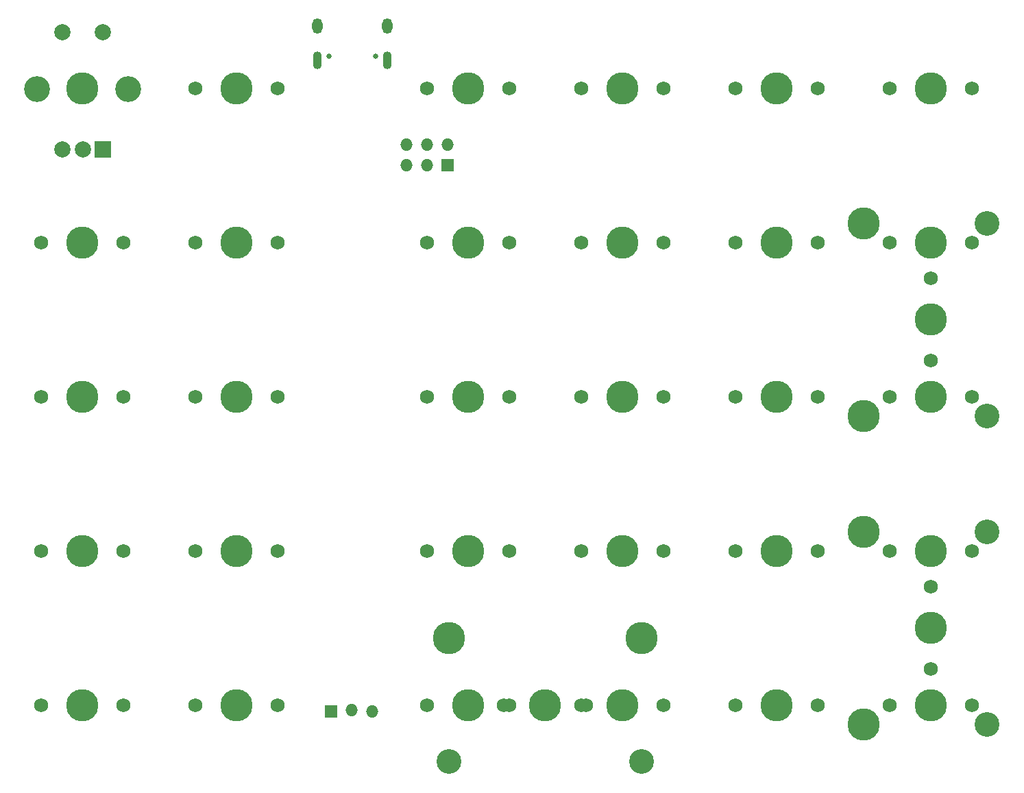
<source format=gbr>
%TF.GenerationSoftware,KiCad,Pcbnew,(5.99.0-10577-g57d4347f00)*%
%TF.CreationDate,2021-07-31T18:45:16-07:00*%
%TF.ProjectId,ahoy_pcb,61686f79-5f70-4636-922e-6b696361645f,rev?*%
%TF.SameCoordinates,Original*%
%TF.FileFunction,Soldermask,Top*%
%TF.FilePolarity,Negative*%
%FSLAX46Y46*%
G04 Gerber Fmt 4.6, Leading zero omitted, Abs format (unit mm)*
G04 Created by KiCad (PCBNEW (5.99.0-10577-g57d4347f00)) date 2021-07-31 18:45:16*
%MOMM*%
%LPD*%
G01*
G04 APERTURE LIST*
%ADD10C,1.750000*%
%ADD11C,3.987800*%
%ADD12C,3.048000*%
%ADD13R,1.524000X1.524000*%
%ADD14O,1.524000X1.524000*%
%ADD15R,2.000000X2.000000*%
%ADD16C,2.000000*%
%ADD17C,3.200000*%
%ADD18C,0.650000*%
%ADD19O,1.100000X2.200000*%
%ADD20O,1.300000X1.900000*%
G04 APERTURE END LIST*
D10*
%TO.C,MX1*%
X38205000Y-61400000D03*
X28045000Y-61400000D03*
D11*
X33125000Y-61400000D03*
%TD*%
D10*
%TO.C,MX6*%
X47095000Y-61400000D03*
X57255000Y-61400000D03*
D11*
X52175000Y-61400000D03*
%TD*%
D10*
%TO.C,MX30*%
X132820000Y-118550000D03*
X142980000Y-118550000D03*
D11*
X137900000Y-118550000D03*
%TD*%
D10*
%TO.C,MX29*%
X132820000Y-99500000D03*
D11*
X137900000Y-99500000D03*
D10*
X142980000Y-99500000D03*
%TD*%
%TO.C,MX26*%
X113770000Y-137600000D03*
D11*
X118850000Y-137600000D03*
D10*
X123930000Y-137600000D03*
%TD*%
%TO.C,MX28*%
X142980000Y-80450000D03*
X132820000Y-80450000D03*
D11*
X137900000Y-80450000D03*
%TD*%
D10*
%TO.C,MX7*%
X57255000Y-80450000D03*
D11*
X52175000Y-80450000D03*
D10*
X47095000Y-80450000D03*
%TD*%
D12*
%TO.C,MX33*%
X144885000Y-116168750D03*
D11*
X129645000Y-116168750D03*
D10*
X137900000Y-122995000D03*
D12*
X144885000Y-139981250D03*
D11*
X129645000Y-139981250D03*
D10*
X137900000Y-133155000D03*
D11*
X137900000Y-128075000D03*
%TD*%
D10*
%TO.C,MX17*%
X94720000Y-61400000D03*
D11*
X99800000Y-61400000D03*
D10*
X104880000Y-61400000D03*
%TD*%
%TO.C,MX27*%
X132820000Y-61400000D03*
D11*
X137900000Y-61400000D03*
D10*
X142980000Y-61400000D03*
%TD*%
%TO.C,MX19*%
X94720000Y-99500000D03*
D11*
X99800000Y-99500000D03*
D10*
X104880000Y-99500000D03*
%TD*%
%TO.C,MX9*%
X47095000Y-118550000D03*
X57255000Y-118550000D03*
D11*
X52175000Y-118550000D03*
%TD*%
D10*
%TO.C,MX15*%
X85830000Y-137600000D03*
X75670000Y-137600000D03*
D11*
X80750000Y-137600000D03*
%TD*%
%TO.C,MX8*%
X52175000Y-99500000D03*
D10*
X57255000Y-99500000D03*
X47095000Y-99500000D03*
%TD*%
%TO.C,MX22*%
X113770000Y-61400000D03*
D11*
X118850000Y-61400000D03*
D10*
X123930000Y-61400000D03*
%TD*%
D11*
%TO.C,MX23*%
X118850000Y-80450000D03*
D10*
X113770000Y-80450000D03*
X123930000Y-80450000D03*
%TD*%
%TO.C,MX13*%
X85830000Y-99500000D03*
D11*
X80750000Y-99500000D03*
D10*
X75670000Y-99500000D03*
%TD*%
%TO.C,MX12*%
X75670000Y-80450000D03*
X85830000Y-80450000D03*
D11*
X80750000Y-80450000D03*
%TD*%
D10*
%TO.C,MX3*%
X38205000Y-99500000D03*
D11*
X33125000Y-99500000D03*
D10*
X28045000Y-99500000D03*
%TD*%
D11*
%TO.C,MX24*%
X118850000Y-99500000D03*
D10*
X113770000Y-99500000D03*
X123930000Y-99500000D03*
%TD*%
D11*
%TO.C,MX18*%
X99800000Y-80450000D03*
D10*
X104880000Y-80450000D03*
X94720000Y-80450000D03*
%TD*%
D11*
%TO.C,MX2*%
X33125000Y-80450000D03*
D10*
X38205000Y-80450000D03*
X28045000Y-80450000D03*
%TD*%
D13*
%TO.C,J2*%
X63860000Y-138350000D03*
D14*
X66400000Y-138223000D03*
X68940000Y-138350000D03*
%TD*%
D10*
%TO.C,MX5*%
X28045000Y-137600000D03*
D11*
X33125000Y-137600000D03*
D10*
X38205000Y-137600000D03*
%TD*%
%TO.C,MX16*%
X95355000Y-137600000D03*
D11*
X78368750Y-129345000D03*
D12*
X78368750Y-144585000D03*
D10*
X85195000Y-137600000D03*
D12*
X102181250Y-144585000D03*
D11*
X102181250Y-129345000D03*
X90275000Y-137600000D03*
%TD*%
D10*
%TO.C,MX4*%
X38205000Y-118550000D03*
D11*
X33125000Y-118550000D03*
D10*
X28045000Y-118550000D03*
%TD*%
%TO.C,MX14*%
X85830000Y-118550000D03*
X75670000Y-118550000D03*
D11*
X80750000Y-118550000D03*
%TD*%
D10*
%TO.C,MX21*%
X104880000Y-137600000D03*
X94720000Y-137600000D03*
D11*
X99800000Y-137600000D03*
%TD*%
D10*
%TO.C,MX11*%
X75670000Y-61400000D03*
D11*
X80750000Y-61400000D03*
D10*
X85830000Y-61400000D03*
%TD*%
%TO.C,MX10*%
X47095000Y-137600000D03*
D11*
X52175000Y-137600000D03*
D10*
X57255000Y-137600000D03*
%TD*%
%TO.C,MX31*%
X142980000Y-137600000D03*
D11*
X137900000Y-137600000D03*
D10*
X132820000Y-137600000D03*
%TD*%
%TO.C,MX32*%
X137900000Y-95055000D03*
X137900000Y-84895000D03*
D11*
X137900000Y-89975000D03*
D12*
X144885000Y-78068750D03*
X144885000Y-101881250D03*
D11*
X129645000Y-101881250D03*
X129645000Y-78068750D03*
%TD*%
%TO.C,MX20*%
X99800000Y-118550000D03*
D10*
X104880000Y-118550000D03*
X94720000Y-118550000D03*
%TD*%
D11*
%TO.C,MX25*%
X118850000Y-118550000D03*
D10*
X113770000Y-118550000D03*
X123930000Y-118550000D03*
%TD*%
D15*
%TO.C,SW2*%
X35647000Y-68972000D03*
D16*
X30647000Y-68972000D03*
X33147000Y-68972000D03*
D17*
X38747000Y-61472000D03*
X27547000Y-61472000D03*
D16*
X30647000Y-54472000D03*
X35647000Y-54472000D03*
%TD*%
D18*
%TO.C,J1*%
X63570000Y-57391500D03*
X69350000Y-57391500D03*
D19*
X62160000Y-57942500D03*
X70760000Y-57942500D03*
D20*
X62160000Y-53742500D03*
X70760000Y-53742500D03*
%TD*%
D13*
%TO.C,P1*%
X78240000Y-70870000D03*
D14*
X78240000Y-68330000D03*
X75700000Y-70870000D03*
X75700000Y-68330000D03*
X73160000Y-70870000D03*
X73160000Y-68330000D03*
%TD*%
M02*

</source>
